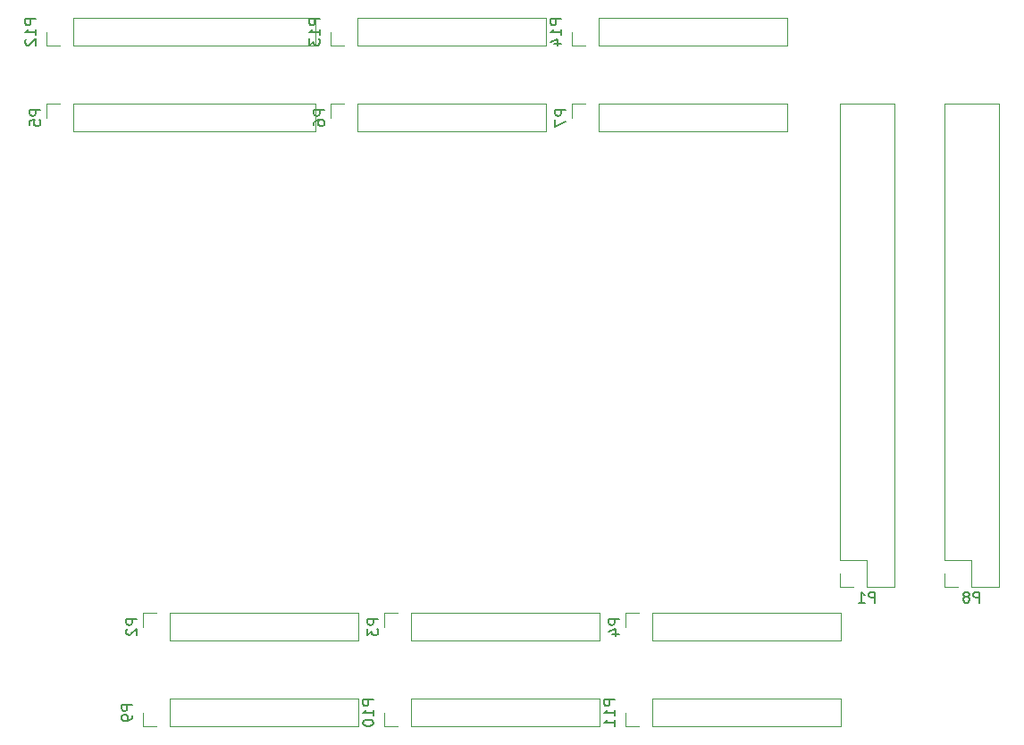
<source format=gbr>
G04 #@! TF.GenerationSoftware,KiCad,Pcbnew,(5.1.4)-1*
G04 #@! TF.CreationDate,2020-02-14T01:18:51+01:00*
G04 #@! TF.ProjectId,ZXShield,5a585368-6965-46c6-942e-6b696361645f,rev?*
G04 #@! TF.SameCoordinates,Original*
G04 #@! TF.FileFunction,Legend,Bot*
G04 #@! TF.FilePolarity,Positive*
%FSLAX46Y46*%
G04 Gerber Fmt 4.6, Leading zero omitted, Abs format (unit mm)*
G04 Created by KiCad (PCBNEW (5.1.4)-1) date 2020-02-14 01:18:51*
%MOMM*%
%LPD*%
G04 APERTURE LIST*
%ADD10C,0.120000*%
%ADD11C,0.150000*%
G04 APERTURE END LIST*
D10*
X198568000Y-112836000D02*
X199898000Y-112836000D01*
X198568000Y-111506000D02*
X198568000Y-112836000D01*
X201168000Y-112836000D02*
X203768000Y-112836000D01*
X201168000Y-110236000D02*
X201168000Y-112836000D01*
X198568000Y-110236000D02*
X201168000Y-110236000D01*
X203768000Y-112836000D02*
X203768000Y-66996000D01*
X198568000Y-110236000D02*
X198568000Y-66996000D01*
X198568000Y-66996000D02*
X203768000Y-66996000D01*
X163262000Y-60198000D02*
X163262000Y-61528000D01*
X163262000Y-61528000D02*
X164592000Y-61528000D01*
X165862000Y-61528000D02*
X183702000Y-61528000D01*
X183702000Y-58868000D02*
X183702000Y-61528000D01*
X165862000Y-58868000D02*
X183702000Y-58868000D01*
X165862000Y-58868000D02*
X165862000Y-61528000D01*
X140402000Y-60198000D02*
X140402000Y-61528000D01*
X140402000Y-61528000D02*
X141732000Y-61528000D01*
X143002000Y-61528000D02*
X160842000Y-61528000D01*
X160842000Y-58868000D02*
X160842000Y-61528000D01*
X143002000Y-58868000D02*
X160842000Y-58868000D01*
X143002000Y-58868000D02*
X143002000Y-61528000D01*
X113478000Y-60198000D02*
X113478000Y-61528000D01*
X113478000Y-61528000D02*
X114808000Y-61528000D01*
X116078000Y-61528000D02*
X138998000Y-61528000D01*
X138998000Y-58868000D02*
X138998000Y-61528000D01*
X116078000Y-58868000D02*
X138998000Y-58868000D01*
X116078000Y-58868000D02*
X116078000Y-61528000D01*
X168342000Y-124714000D02*
X168342000Y-126044000D01*
X168342000Y-126044000D02*
X169672000Y-126044000D01*
X170942000Y-126044000D02*
X188782000Y-126044000D01*
X188782000Y-123384000D02*
X188782000Y-126044000D01*
X170942000Y-123384000D02*
X188782000Y-123384000D01*
X170942000Y-123384000D02*
X170942000Y-126044000D01*
X145482000Y-124714000D02*
X145482000Y-126044000D01*
X145482000Y-126044000D02*
X146812000Y-126044000D01*
X148082000Y-126044000D02*
X165922000Y-126044000D01*
X165922000Y-123384000D02*
X165922000Y-126044000D01*
X148082000Y-123384000D02*
X165922000Y-123384000D01*
X148082000Y-123384000D02*
X148082000Y-126044000D01*
X122622000Y-124714000D02*
X122622000Y-126044000D01*
X122622000Y-126044000D02*
X123952000Y-126044000D01*
X125222000Y-126044000D02*
X143062000Y-126044000D01*
X143062000Y-123384000D02*
X143062000Y-126044000D01*
X125222000Y-123384000D02*
X143062000Y-123384000D01*
X125222000Y-123384000D02*
X125222000Y-126044000D01*
X163262000Y-66996000D02*
X163262000Y-68326000D01*
X164592000Y-66996000D02*
X163262000Y-66996000D01*
X165862000Y-66996000D02*
X165862000Y-69656000D01*
X165862000Y-69656000D02*
X183702000Y-69656000D01*
X165862000Y-66996000D02*
X183702000Y-66996000D01*
X183702000Y-66996000D02*
X183702000Y-69656000D01*
X140402000Y-66996000D02*
X140402000Y-68326000D01*
X141732000Y-66996000D02*
X140402000Y-66996000D01*
X143002000Y-66996000D02*
X143002000Y-69656000D01*
X143002000Y-69656000D02*
X160842000Y-69656000D01*
X143002000Y-66996000D02*
X160842000Y-66996000D01*
X160842000Y-66996000D02*
X160842000Y-69656000D01*
X113478000Y-66996000D02*
X113478000Y-68326000D01*
X114808000Y-66996000D02*
X113478000Y-66996000D01*
X116078000Y-66996000D02*
X116078000Y-69656000D01*
X116078000Y-69656000D02*
X138998000Y-69656000D01*
X116078000Y-66996000D02*
X138998000Y-66996000D01*
X138998000Y-66996000D02*
X138998000Y-69656000D01*
X168342000Y-115256000D02*
X168342000Y-116586000D01*
X169672000Y-115256000D02*
X168342000Y-115256000D01*
X170942000Y-115256000D02*
X170942000Y-117916000D01*
X170942000Y-117916000D02*
X188782000Y-117916000D01*
X170942000Y-115256000D02*
X188782000Y-115256000D01*
X188782000Y-115256000D02*
X188782000Y-117916000D01*
X145482000Y-115256000D02*
X145482000Y-116586000D01*
X146812000Y-115256000D02*
X145482000Y-115256000D01*
X148082000Y-115256000D02*
X148082000Y-117916000D01*
X148082000Y-117916000D02*
X165922000Y-117916000D01*
X148082000Y-115256000D02*
X165922000Y-115256000D01*
X165922000Y-115256000D02*
X165922000Y-117916000D01*
X122622000Y-115256000D02*
X122622000Y-116586000D01*
X123952000Y-115256000D02*
X122622000Y-115256000D01*
X125222000Y-115256000D02*
X125222000Y-117916000D01*
X125222000Y-117916000D02*
X143062000Y-117916000D01*
X125222000Y-115256000D02*
X143062000Y-115256000D01*
X143062000Y-115256000D02*
X143062000Y-117916000D01*
X188662000Y-112836000D02*
X189992000Y-112836000D01*
X188662000Y-111506000D02*
X188662000Y-112836000D01*
X191262000Y-112836000D02*
X193862000Y-112836000D01*
X191262000Y-110236000D02*
X191262000Y-112836000D01*
X188662000Y-110236000D02*
X191262000Y-110236000D01*
X193862000Y-112836000D02*
X193862000Y-66996000D01*
X188662000Y-110236000D02*
X188662000Y-66996000D01*
X188662000Y-66996000D02*
X193862000Y-66996000D01*
D11*
X201906095Y-114288380D02*
X201906095Y-113288380D01*
X201525142Y-113288380D01*
X201429904Y-113336000D01*
X201382285Y-113383619D01*
X201334666Y-113478857D01*
X201334666Y-113621714D01*
X201382285Y-113716952D01*
X201429904Y-113764571D01*
X201525142Y-113812190D01*
X201906095Y-113812190D01*
X200763238Y-113716952D02*
X200858476Y-113669333D01*
X200906095Y-113621714D01*
X200953714Y-113526476D01*
X200953714Y-113478857D01*
X200906095Y-113383619D01*
X200858476Y-113336000D01*
X200763238Y-113288380D01*
X200572761Y-113288380D01*
X200477523Y-113336000D01*
X200429904Y-113383619D01*
X200382285Y-113478857D01*
X200382285Y-113526476D01*
X200429904Y-113621714D01*
X200477523Y-113669333D01*
X200572761Y-113716952D01*
X200763238Y-113716952D01*
X200858476Y-113764571D01*
X200906095Y-113812190D01*
X200953714Y-113907428D01*
X200953714Y-114097904D01*
X200906095Y-114193142D01*
X200858476Y-114240761D01*
X200763238Y-114288380D01*
X200572761Y-114288380D01*
X200477523Y-114240761D01*
X200429904Y-114193142D01*
X200382285Y-114097904D01*
X200382285Y-113907428D01*
X200429904Y-113812190D01*
X200477523Y-113764571D01*
X200572761Y-113716952D01*
X162274380Y-58983714D02*
X161274380Y-58983714D01*
X161274380Y-59364666D01*
X161322000Y-59459904D01*
X161369619Y-59507523D01*
X161464857Y-59555142D01*
X161607714Y-59555142D01*
X161702952Y-59507523D01*
X161750571Y-59459904D01*
X161798190Y-59364666D01*
X161798190Y-58983714D01*
X162274380Y-60507523D02*
X162274380Y-59936095D01*
X162274380Y-60221809D02*
X161274380Y-60221809D01*
X161417238Y-60126571D01*
X161512476Y-60031333D01*
X161560095Y-59936095D01*
X161607714Y-61364666D02*
X162274380Y-61364666D01*
X161226761Y-61126571D02*
X161941047Y-60888476D01*
X161941047Y-61507523D01*
X139414380Y-58983714D02*
X138414380Y-58983714D01*
X138414380Y-59364666D01*
X138462000Y-59459904D01*
X138509619Y-59507523D01*
X138604857Y-59555142D01*
X138747714Y-59555142D01*
X138842952Y-59507523D01*
X138890571Y-59459904D01*
X138938190Y-59364666D01*
X138938190Y-58983714D01*
X139414380Y-60507523D02*
X139414380Y-59936095D01*
X139414380Y-60221809D02*
X138414380Y-60221809D01*
X138557238Y-60126571D01*
X138652476Y-60031333D01*
X138700095Y-59936095D01*
X138414380Y-60840857D02*
X138414380Y-61459904D01*
X138795333Y-61126571D01*
X138795333Y-61269428D01*
X138842952Y-61364666D01*
X138890571Y-61412285D01*
X138985809Y-61459904D01*
X139223904Y-61459904D01*
X139319142Y-61412285D01*
X139366761Y-61364666D01*
X139414380Y-61269428D01*
X139414380Y-60983714D01*
X139366761Y-60888476D01*
X139319142Y-60840857D01*
X112490380Y-58983714D02*
X111490380Y-58983714D01*
X111490380Y-59364666D01*
X111538000Y-59459904D01*
X111585619Y-59507523D01*
X111680857Y-59555142D01*
X111823714Y-59555142D01*
X111918952Y-59507523D01*
X111966571Y-59459904D01*
X112014190Y-59364666D01*
X112014190Y-58983714D01*
X112490380Y-60507523D02*
X112490380Y-59936095D01*
X112490380Y-60221809D02*
X111490380Y-60221809D01*
X111633238Y-60126571D01*
X111728476Y-60031333D01*
X111776095Y-59936095D01*
X111585619Y-60888476D02*
X111538000Y-60936095D01*
X111490380Y-61031333D01*
X111490380Y-61269428D01*
X111538000Y-61364666D01*
X111585619Y-61412285D01*
X111680857Y-61459904D01*
X111776095Y-61459904D01*
X111918952Y-61412285D01*
X112490380Y-60840857D01*
X112490380Y-61459904D01*
X167354380Y-123499714D02*
X166354380Y-123499714D01*
X166354380Y-123880666D01*
X166402000Y-123975904D01*
X166449619Y-124023523D01*
X166544857Y-124071142D01*
X166687714Y-124071142D01*
X166782952Y-124023523D01*
X166830571Y-123975904D01*
X166878190Y-123880666D01*
X166878190Y-123499714D01*
X167354380Y-125023523D02*
X167354380Y-124452095D01*
X167354380Y-124737809D02*
X166354380Y-124737809D01*
X166497238Y-124642571D01*
X166592476Y-124547333D01*
X166640095Y-124452095D01*
X167354380Y-125975904D02*
X167354380Y-125404476D01*
X167354380Y-125690190D02*
X166354380Y-125690190D01*
X166497238Y-125594952D01*
X166592476Y-125499714D01*
X166640095Y-125404476D01*
X144494380Y-123499714D02*
X143494380Y-123499714D01*
X143494380Y-123880666D01*
X143542000Y-123975904D01*
X143589619Y-124023523D01*
X143684857Y-124071142D01*
X143827714Y-124071142D01*
X143922952Y-124023523D01*
X143970571Y-123975904D01*
X144018190Y-123880666D01*
X144018190Y-123499714D01*
X144494380Y-125023523D02*
X144494380Y-124452095D01*
X144494380Y-124737809D02*
X143494380Y-124737809D01*
X143637238Y-124642571D01*
X143732476Y-124547333D01*
X143780095Y-124452095D01*
X143494380Y-125642571D02*
X143494380Y-125737809D01*
X143542000Y-125833047D01*
X143589619Y-125880666D01*
X143684857Y-125928285D01*
X143875333Y-125975904D01*
X144113428Y-125975904D01*
X144303904Y-125928285D01*
X144399142Y-125880666D01*
X144446761Y-125833047D01*
X144494380Y-125737809D01*
X144494380Y-125642571D01*
X144446761Y-125547333D01*
X144399142Y-125499714D01*
X144303904Y-125452095D01*
X144113428Y-125404476D01*
X143875333Y-125404476D01*
X143684857Y-125452095D01*
X143589619Y-125499714D01*
X143542000Y-125547333D01*
X143494380Y-125642571D01*
X121634380Y-123975904D02*
X120634380Y-123975904D01*
X120634380Y-124356857D01*
X120682000Y-124452095D01*
X120729619Y-124499714D01*
X120824857Y-124547333D01*
X120967714Y-124547333D01*
X121062952Y-124499714D01*
X121110571Y-124452095D01*
X121158190Y-124356857D01*
X121158190Y-123975904D01*
X121634380Y-125023523D02*
X121634380Y-125214000D01*
X121586761Y-125309238D01*
X121539142Y-125356857D01*
X121396285Y-125452095D01*
X121205809Y-125499714D01*
X120824857Y-125499714D01*
X120729619Y-125452095D01*
X120682000Y-125404476D01*
X120634380Y-125309238D01*
X120634380Y-125118761D01*
X120682000Y-125023523D01*
X120729619Y-124975904D01*
X120824857Y-124928285D01*
X121062952Y-124928285D01*
X121158190Y-124975904D01*
X121205809Y-125023523D01*
X121253428Y-125118761D01*
X121253428Y-125309238D01*
X121205809Y-125404476D01*
X121158190Y-125452095D01*
X121062952Y-125499714D01*
X162714380Y-67587904D02*
X161714380Y-67587904D01*
X161714380Y-67968857D01*
X161762000Y-68064095D01*
X161809619Y-68111714D01*
X161904857Y-68159333D01*
X162047714Y-68159333D01*
X162142952Y-68111714D01*
X162190571Y-68064095D01*
X162238190Y-67968857D01*
X162238190Y-67587904D01*
X161714380Y-68492666D02*
X161714380Y-69159333D01*
X162714380Y-68730761D01*
X139854380Y-67587904D02*
X138854380Y-67587904D01*
X138854380Y-67968857D01*
X138902000Y-68064095D01*
X138949619Y-68111714D01*
X139044857Y-68159333D01*
X139187714Y-68159333D01*
X139282952Y-68111714D01*
X139330571Y-68064095D01*
X139378190Y-67968857D01*
X139378190Y-67587904D01*
X138854380Y-69016476D02*
X138854380Y-68826000D01*
X138902000Y-68730761D01*
X138949619Y-68683142D01*
X139092476Y-68587904D01*
X139282952Y-68540285D01*
X139663904Y-68540285D01*
X139759142Y-68587904D01*
X139806761Y-68635523D01*
X139854380Y-68730761D01*
X139854380Y-68921238D01*
X139806761Y-69016476D01*
X139759142Y-69064095D01*
X139663904Y-69111714D01*
X139425809Y-69111714D01*
X139330571Y-69064095D01*
X139282952Y-69016476D01*
X139235333Y-68921238D01*
X139235333Y-68730761D01*
X139282952Y-68635523D01*
X139330571Y-68587904D01*
X139425809Y-68540285D01*
X112930380Y-67587904D02*
X111930380Y-67587904D01*
X111930380Y-67968857D01*
X111978000Y-68064095D01*
X112025619Y-68111714D01*
X112120857Y-68159333D01*
X112263714Y-68159333D01*
X112358952Y-68111714D01*
X112406571Y-68064095D01*
X112454190Y-67968857D01*
X112454190Y-67587904D01*
X111930380Y-69064095D02*
X111930380Y-68587904D01*
X112406571Y-68540285D01*
X112358952Y-68587904D01*
X112311333Y-68683142D01*
X112311333Y-68921238D01*
X112358952Y-69016476D01*
X112406571Y-69064095D01*
X112501809Y-69111714D01*
X112739904Y-69111714D01*
X112835142Y-69064095D01*
X112882761Y-69016476D01*
X112930380Y-68921238D01*
X112930380Y-68683142D01*
X112882761Y-68587904D01*
X112835142Y-68540285D01*
X167794380Y-115847904D02*
X166794380Y-115847904D01*
X166794380Y-116228857D01*
X166842000Y-116324095D01*
X166889619Y-116371714D01*
X166984857Y-116419333D01*
X167127714Y-116419333D01*
X167222952Y-116371714D01*
X167270571Y-116324095D01*
X167318190Y-116228857D01*
X167318190Y-115847904D01*
X167127714Y-117276476D02*
X167794380Y-117276476D01*
X166746761Y-117038380D02*
X167461047Y-116800285D01*
X167461047Y-117419333D01*
X144934380Y-115847904D02*
X143934380Y-115847904D01*
X143934380Y-116228857D01*
X143982000Y-116324095D01*
X144029619Y-116371714D01*
X144124857Y-116419333D01*
X144267714Y-116419333D01*
X144362952Y-116371714D01*
X144410571Y-116324095D01*
X144458190Y-116228857D01*
X144458190Y-115847904D01*
X143934380Y-116752666D02*
X143934380Y-117371714D01*
X144315333Y-117038380D01*
X144315333Y-117181238D01*
X144362952Y-117276476D01*
X144410571Y-117324095D01*
X144505809Y-117371714D01*
X144743904Y-117371714D01*
X144839142Y-117324095D01*
X144886761Y-117276476D01*
X144934380Y-117181238D01*
X144934380Y-116895523D01*
X144886761Y-116800285D01*
X144839142Y-116752666D01*
X122074380Y-115847904D02*
X121074380Y-115847904D01*
X121074380Y-116228857D01*
X121122000Y-116324095D01*
X121169619Y-116371714D01*
X121264857Y-116419333D01*
X121407714Y-116419333D01*
X121502952Y-116371714D01*
X121550571Y-116324095D01*
X121598190Y-116228857D01*
X121598190Y-115847904D01*
X121169619Y-116800285D02*
X121122000Y-116847904D01*
X121074380Y-116943142D01*
X121074380Y-117181238D01*
X121122000Y-117276476D01*
X121169619Y-117324095D01*
X121264857Y-117371714D01*
X121360095Y-117371714D01*
X121502952Y-117324095D01*
X122074380Y-116752666D01*
X122074380Y-117371714D01*
X192000095Y-114288380D02*
X192000095Y-113288380D01*
X191619142Y-113288380D01*
X191523904Y-113336000D01*
X191476285Y-113383619D01*
X191428666Y-113478857D01*
X191428666Y-113621714D01*
X191476285Y-113716952D01*
X191523904Y-113764571D01*
X191619142Y-113812190D01*
X192000095Y-113812190D01*
X190476285Y-114288380D02*
X191047714Y-114288380D01*
X190762000Y-114288380D02*
X190762000Y-113288380D01*
X190857238Y-113431238D01*
X190952476Y-113526476D01*
X191047714Y-113574095D01*
M02*

</source>
